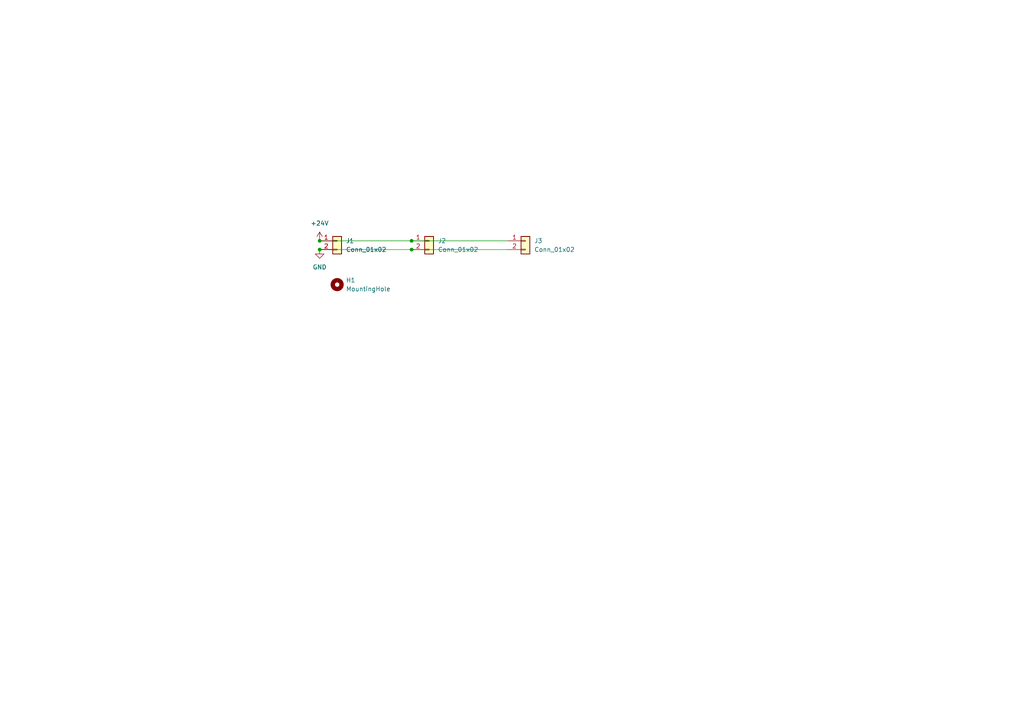
<source format=kicad_sch>
(kicad_sch (version 20230121) (generator eeschema)
  (paper "A4")
  (lib_symbols
    (symbol "Connector_Generic:Conn_01x02" (pin_names (offset 1.016) hide)
      (property "Reference" "J" (at 0 2.54 0))
      (property "Value" "Conn_01x02" (at 0 -5.08 0))
      (symbol "Conn_01x02_1_1"
        (rectangle (start -1.27 -2.413) (end 0 -2.667) (stroke (width 0.1524)))
        (rectangle (start -1.27 0.127) (end 0 -0.127) (stroke (width 0.1524)))
        (rectangle (start -1.27 1.27) (end 1.27 -3.81) (stroke (width 0.254)) (fill (type background)))
        (pin passive line (at -5.08 0 0) (length 3.81) (name "Pin_1") (number "1"))
        (pin passive line (at -5.08 -2.54 0) (length 3.81) (name "Pin_2") (number "2"))
      )
    )
    (symbol "Mechanical:MountingHole" (pin_names (offset 1.016))
      (property "Reference" "H" (at 0 5.08 0))
      (property "Value" "MountingHole" (at 0 3.175 0))
      (symbol "MountingHole_0_1"
        (circle (center 0 0) (radius 1.27) (stroke (width 1.27)))
      )
    )
    (symbol "power:+24V" (power) (pin_names (offset 0))
      (property "Value" "+24V" (at 0 3.556 0))
      (symbol "+24V_0_1"
        (polyline (pts (xy -0.762 1.27) (xy 0 2.54)))
        (polyline (pts (xy 0 0) (xy 0 2.54)))
        (polyline (pts (xy 0 2.54) (xy 0.762 1.27)))
      )
      (symbol "+24V_1_1"
        (pin power_in line (at 0 0 90) (length 0) hide (name "+24V") (number "1"))
      )
    )
    (symbol "power:GND" (power) (pin_names (offset 0))
      (property "Value" "GND" (at 0 -3.81 0))
      (symbol "GND_0_1"
        (polyline (pts (xy 0 0) (xy 0 -1.27) (xy 1.27 -1.27) (xy 0 -2.54) (xy -1.27 -1.27) (xy 0 -1.27)))
      )
      (symbol "GND_1_1"
        (pin power_in line (at 0 0 270) (length 0) hide (name "GND") (number "1"))
      )
    )
  )
  (junction (at 119.38 72.39))
  (junction (at 119.38 69.85))
  (junction (at 92.71 69.85))
  (junction (at 92.71 72.39))
  (wire (pts (xy 92.71 69.85) (xy 119.38 69.85)))
  (wire (pts (xy 119.38 69.85) (xy 147.32 69.85)))
  (wire (pts (xy 92.71 72.39) (xy 119.38 72.39)))
  (wire (pts (xy 119.38 72.39) (xy 147.32 72.39)))
  (symbol (lib_id "Mechanical:MountingHole") (at 97.79 82.55 0) (unit 1)
    (property "Reference" "H1" (at 100.33 81.28 0) (effects (justify left)))
    (property "Value" "MountingHole" (at 100.33 83.82 0) (effects (justify left)))
    (property "Footprint" "MountingHole:MountingHole_3.2mm_M3_ISO7380_Pad_TopBottom" (effects hide))
  )
  (symbol (lib_id "power:GND") (at 92.71 72.39 0) (unit 1)
    (property "Reference" "#PWR01" (effects hide))
    (property "Value" "GND" (at 92.71 77.47 0))
  )
  (symbol (lib_id "power:+24V") (at 92.71 69.85 0) (unit 1)
    (property "Reference" "#PWR02" (effects hide))
    (property "Value" "+24V" (at 92.71 64.77 0))
  )
  (symbol (lib_id "Connector_Generic:Conn_01x02") (at 152.4 69.85 0) (unit 1)
    (property "Reference" "J3" (at 154.94 69.85 0) (effects (justify left)))
    (property "Value" "Conn_01x02" (at 154.94 72.39 0) (effects (justify left)))
    (property "Footprint" "Connector_JST:JST_XH_B2B-XH-AM_1x02_P2.50mm_Vertical" (effects hide))
  )
  (symbol (lib_id "Connector_Generic:Conn_01x02") (at 124.46 69.85 0) (unit 1)
    (property "Reference" "J2" (at 127 69.85 0) (effects (justify left)))
    (property "Value" "Conn_01x02" (at 127 72.39 0) (effects (justify left)))
    (property "Footprint" "Connector_JST:JST_XH_B2B-XH-AM_1x02_P2.50mm_Vertical" (effects hide))
  )
  (symbol (lib_id "Connector_Generic:Conn_01x02") (at 97.79 69.85 0) (unit 1)
    (property "Reference" "J1" (at 100.33 69.85 0) (effects (justify left)))
    (property "Value" "Conn_01x02" (at 100.33 72.39 0) (effects (justify left)))
    (property "Footprint" "Connector_JST:JST_XH_B2B-XH-AM_1x02_P2.50mm_Vertical" (effects hide))
  )
)
</source>
